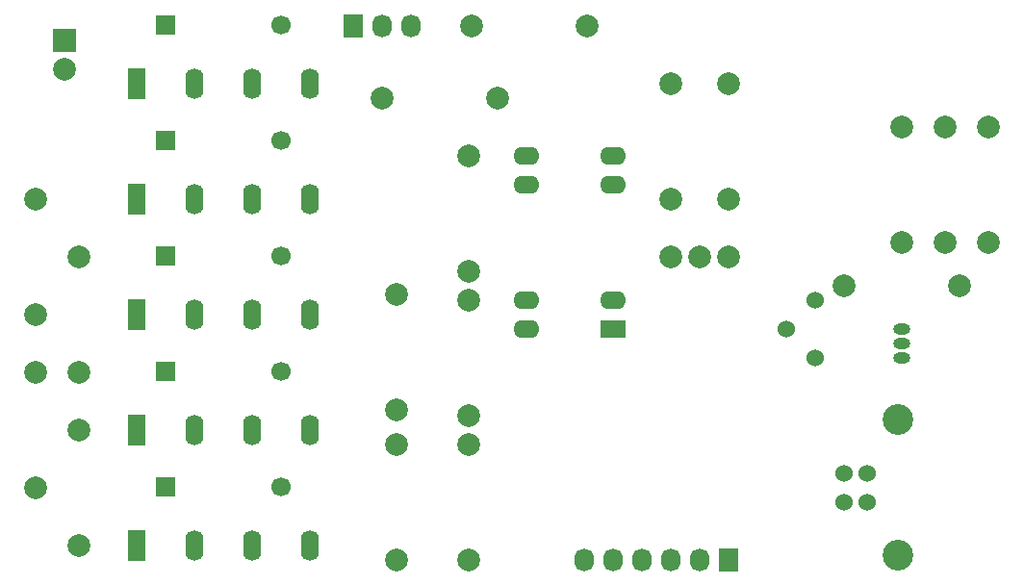
<source format=gbs>
G04 #@! TF.FileFunction,Soldermask,Bot*
%FSLAX46Y46*%
G04 Gerber Fmt 4.6, Leading zero omitted, Abs format (unit mm)*
G04 Created by KiCad (PCBNEW 0.201508090901+6074~28~ubuntu14.04.1-product) date Wed 12 Aug 2015 15:55:11 CEST*
%MOMM*%
G01*
G04 APERTURE LIST*
%ADD10C,0.100000*%
%ADD11C,1.699260*%
%ADD12R,1.699260X1.699260*%
%ADD13R,2.000000X2.000000*%
%ADD14C,2.000000*%
%ADD15R,1.600000X2.700000*%
%ADD16O,1.600000X2.700000*%
%ADD17R,2.286000X1.574800*%
%ADD18O,2.286000X1.574800*%
%ADD19C,1.524000*%
%ADD20C,2.700020*%
%ADD21R,1.727200X2.032000*%
%ADD22O,1.727200X2.032000*%
%ADD23C,1.998980*%
%ADD24O,1.501140X0.950000*%
G04 APERTURE END LIST*
D10*
D11*
X93980520Y-59687460D03*
D12*
X83820520Y-59687460D03*
D13*
X74930000Y-60960000D03*
D14*
X74930000Y-63500000D03*
X133350000Y-80010000D03*
X130810000Y-80010000D03*
X128270000Y-80010000D03*
D11*
X93980520Y-69847460D03*
D12*
X83820520Y-69847460D03*
D11*
X93980520Y-80007460D03*
D12*
X83820520Y-80007460D03*
D11*
X93980520Y-90167460D03*
D12*
X83820520Y-90167460D03*
D11*
X93980520Y-100327460D03*
D12*
X83820520Y-100327460D03*
D15*
X81280000Y-64770000D03*
D16*
X86360000Y-64770000D03*
X91440000Y-64770000D03*
X96520000Y-64770000D03*
D17*
X123190000Y-86360000D03*
D18*
X123190000Y-83820000D03*
X123190000Y-73660000D03*
X123190000Y-71120000D03*
X115570000Y-71120000D03*
X115570000Y-73660000D03*
X115570000Y-83820000D03*
X115570000Y-86360000D03*
D15*
X81280000Y-74930000D03*
D16*
X86360000Y-74930000D03*
X91440000Y-74930000D03*
X96520000Y-74930000D03*
D15*
X81280000Y-85090000D03*
D16*
X86360000Y-85090000D03*
X91440000Y-85090000D03*
X96520000Y-85090000D03*
D15*
X81280000Y-95250000D03*
D16*
X86360000Y-95250000D03*
X91440000Y-95250000D03*
X96520000Y-95250000D03*
D15*
X81280000Y-105410000D03*
D16*
X86360000Y-105410000D03*
X91440000Y-105410000D03*
X96520000Y-105410000D03*
D19*
X143510000Y-101600000D03*
X143510000Y-99060000D03*
X145508980Y-99060000D03*
X145508980Y-101600000D03*
D20*
X148209000Y-106329480D03*
X148209000Y-94330520D03*
D21*
X100330000Y-59690000D03*
D22*
X102870000Y-59690000D03*
X105410000Y-59690000D03*
D21*
X133350000Y-106680000D03*
D22*
X130810000Y-106680000D03*
X128270000Y-106680000D03*
X125730000Y-106680000D03*
X123190000Y-106680000D03*
X120650000Y-106680000D03*
D23*
X143510000Y-82550000D03*
X153670000Y-82550000D03*
D19*
X138430000Y-86360000D03*
X140970000Y-83820000D03*
X140970000Y-88900000D03*
D23*
X148590000Y-78740000D03*
X148590000Y-68580000D03*
X152400000Y-78740000D03*
X152400000Y-68580000D03*
X156210000Y-68580000D03*
X156210000Y-78740000D03*
X133350000Y-74930000D03*
X133350000Y-64770000D03*
X128270000Y-64770000D03*
X128270000Y-74930000D03*
X113030000Y-66040000D03*
X102870000Y-66040000D03*
X110490000Y-96520000D03*
X110490000Y-106680000D03*
X110490000Y-83820000D03*
X110490000Y-93980000D03*
X104140000Y-93472000D03*
X104140000Y-83312000D03*
X110490000Y-81280000D03*
X110490000Y-71120000D03*
X104140000Y-96520000D03*
X104140000Y-106680000D03*
X120904000Y-59690000D03*
X110744000Y-59690000D03*
X72390000Y-74930000D03*
X72390000Y-85090000D03*
X76200000Y-80010000D03*
X76200000Y-90170000D03*
X72390000Y-100330000D03*
X72390000Y-90170000D03*
X76200000Y-105410000D03*
X76200000Y-95250000D03*
D24*
X148590000Y-87630000D03*
X148590000Y-88900000D03*
X148590000Y-86360000D03*
M02*

</source>
